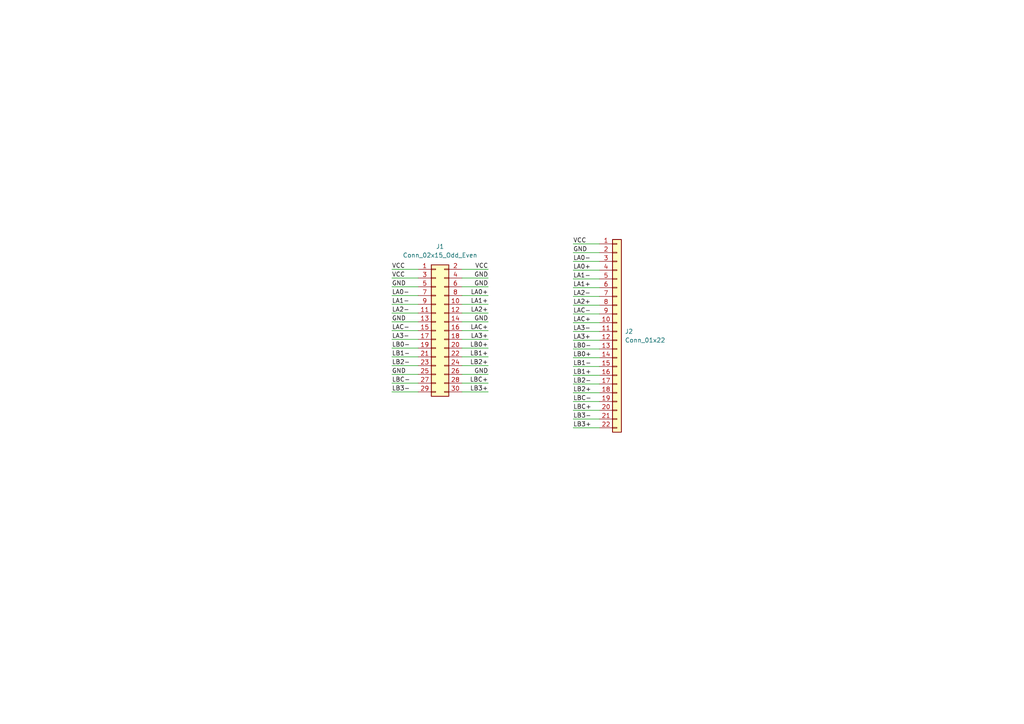
<source format=kicad_sch>
(kicad_sch (version 20230121) (generator eeschema)

  (uuid 682f5cde-d800-49ec-b236-ce17a26fc645)

  (paper "A4")

  (title_block
    (title "LVDS Connector")
    (rev "1")
    (company "Amos Home")
  )

  (lib_symbols
    (symbol "Connector_Generic:Conn_01x22" (pin_names (offset 1.016) hide) (in_bom yes) (on_board yes)
      (property "Reference" "J" (at 0 27.94 0)
        (effects (font (size 1.27 1.27)))
      )
      (property "Value" "Conn_01x22" (at 0 -30.48 0)
        (effects (font (size 1.27 1.27)))
      )
      (property "Footprint" "" (at 0 0 0)
        (effects (font (size 1.27 1.27)) hide)
      )
      (property "Datasheet" "~" (at 0 0 0)
        (effects (font (size 1.27 1.27)) hide)
      )
      (property "ki_keywords" "connector" (at 0 0 0)
        (effects (font (size 1.27 1.27)) hide)
      )
      (property "ki_description" "Generic connector, single row, 01x22, script generated (kicad-library-utils/schlib/autogen/connector/)" (at 0 0 0)
        (effects (font (size 1.27 1.27)) hide)
      )
      (property "ki_fp_filters" "Connector*:*_1x??_*" (at 0 0 0)
        (effects (font (size 1.27 1.27)) hide)
      )
      (symbol "Conn_01x22_1_1"
        (rectangle (start -1.27 -27.813) (end 0 -28.067)
          (stroke (width 0.1524) (type default))
          (fill (type none))
        )
        (rectangle (start -1.27 -25.273) (end 0 -25.527)
          (stroke (width 0.1524) (type default))
          (fill (type none))
        )
        (rectangle (start -1.27 -22.733) (end 0 -22.987)
          (stroke (width 0.1524) (type default))
          (fill (type none))
        )
        (rectangle (start -1.27 -20.193) (end 0 -20.447)
          (stroke (width 0.1524) (type default))
          (fill (type none))
        )
        (rectangle (start -1.27 -17.653) (end 0 -17.907)
          (stroke (width 0.1524) (type default))
          (fill (type none))
        )
        (rectangle (start -1.27 -15.113) (end 0 -15.367)
          (stroke (width 0.1524) (type default))
          (fill (type none))
        )
        (rectangle (start -1.27 -12.573) (end 0 -12.827)
          (stroke (width 0.1524) (type default))
          (fill (type none))
        )
        (rectangle (start -1.27 -10.033) (end 0 -10.287)
          (stroke (width 0.1524) (type default))
          (fill (type none))
        )
        (rectangle (start -1.27 -7.493) (end 0 -7.747)
          (stroke (width 0.1524) (type default))
          (fill (type none))
        )
        (rectangle (start -1.27 -4.953) (end 0 -5.207)
          (stroke (width 0.1524) (type default))
          (fill (type none))
        )
        (rectangle (start -1.27 -2.413) (end 0 -2.667)
          (stroke (width 0.1524) (type default))
          (fill (type none))
        )
        (rectangle (start -1.27 0.127) (end 0 -0.127)
          (stroke (width 0.1524) (type default))
          (fill (type none))
        )
        (rectangle (start -1.27 2.667) (end 0 2.413)
          (stroke (width 0.1524) (type default))
          (fill (type none))
        )
        (rectangle (start -1.27 5.207) (end 0 4.953)
          (stroke (width 0.1524) (type default))
          (fill (type none))
        )
        (rectangle (start -1.27 7.747) (end 0 7.493)
          (stroke (width 0.1524) (type default))
          (fill (type none))
        )
        (rectangle (start -1.27 10.287) (end 0 10.033)
          (stroke (width 0.1524) (type default))
          (fill (type none))
        )
        (rectangle (start -1.27 12.827) (end 0 12.573)
          (stroke (width 0.1524) (type default))
          (fill (type none))
        )
        (rectangle (start -1.27 15.367) (end 0 15.113)
          (stroke (width 0.1524) (type default))
          (fill (type none))
        )
        (rectangle (start -1.27 17.907) (end 0 17.653)
          (stroke (width 0.1524) (type default))
          (fill (type none))
        )
        (rectangle (start -1.27 20.447) (end 0 20.193)
          (stroke (width 0.1524) (type default))
          (fill (type none))
        )
        (rectangle (start -1.27 22.987) (end 0 22.733)
          (stroke (width 0.1524) (type default))
          (fill (type none))
        )
        (rectangle (start -1.27 25.527) (end 0 25.273)
          (stroke (width 0.1524) (type default))
          (fill (type none))
        )
        (rectangle (start -1.27 26.67) (end 1.27 -29.21)
          (stroke (width 0.254) (type default))
          (fill (type background))
        )
        (pin passive line (at -5.08 25.4 0) (length 3.81)
          (name "Pin_1" (effects (font (size 1.27 1.27))))
          (number "1" (effects (font (size 1.27 1.27))))
        )
        (pin passive line (at -5.08 2.54 0) (length 3.81)
          (name "Pin_10" (effects (font (size 1.27 1.27))))
          (number "10" (effects (font (size 1.27 1.27))))
        )
        (pin passive line (at -5.08 0 0) (length 3.81)
          (name "Pin_11" (effects (font (size 1.27 1.27))))
          (number "11" (effects (font (size 1.27 1.27))))
        )
        (pin passive line (at -5.08 -2.54 0) (length 3.81)
          (name "Pin_12" (effects (font (size 1.27 1.27))))
          (number "12" (effects (font (size 1.27 1.27))))
        )
        (pin passive line (at -5.08 -5.08 0) (length 3.81)
          (name "Pin_13" (effects (font (size 1.27 1.27))))
          (number "13" (effects (font (size 1.27 1.27))))
        )
        (pin passive line (at -5.08 -7.62 0) (length 3.81)
          (name "Pin_14" (effects (font (size 1.27 1.27))))
          (number "14" (effects (font (size 1.27 1.27))))
        )
        (pin passive line (at -5.08 -10.16 0) (length 3.81)
          (name "Pin_15" (effects (font (size 1.27 1.27))))
          (number "15" (effects (font (size 1.27 1.27))))
        )
        (pin passive line (at -5.08 -12.7 0) (length 3.81)
          (name "Pin_16" (effects (font (size 1.27 1.27))))
          (number "16" (effects (font (size 1.27 1.27))))
        )
        (pin passive line (at -5.08 -15.24 0) (length 3.81)
          (name "Pin_17" (effects (font (size 1.27 1.27))))
          (number "17" (effects (font (size 1.27 1.27))))
        )
        (pin passive line (at -5.08 -17.78 0) (length 3.81)
          (name "Pin_18" (effects (font (size 1.27 1.27))))
          (number "18" (effects (font (size 1.27 1.27))))
        )
        (pin passive line (at -5.08 -20.32 0) (length 3.81)
          (name "Pin_19" (effects (font (size 1.27 1.27))))
          (number "19" (effects (font (size 1.27 1.27))))
        )
        (pin passive line (at -5.08 22.86 0) (length 3.81)
          (name "Pin_2" (effects (font (size 1.27 1.27))))
          (number "2" (effects (font (size 1.27 1.27))))
        )
        (pin passive line (at -5.08 -22.86 0) (length 3.81)
          (name "Pin_20" (effects (font (size 1.27 1.27))))
          (number "20" (effects (font (size 1.27 1.27))))
        )
        (pin passive line (at -5.08 -25.4 0) (length 3.81)
          (name "Pin_21" (effects (font (size 1.27 1.27))))
          (number "21" (effects (font (size 1.27 1.27))))
        )
        (pin passive line (at -5.08 -27.94 0) (length 3.81)
          (name "Pin_22" (effects (font (size 1.27 1.27))))
          (number "22" (effects (font (size 1.27 1.27))))
        )
        (pin passive line (at -5.08 20.32 0) (length 3.81)
          (name "Pin_3" (effects (font (size 1.27 1.27))))
          (number "3" (effects (font (size 1.27 1.27))))
        )
        (pin passive line (at -5.08 17.78 0) (length 3.81)
          (name "Pin_4" (effects (font (size 1.27 1.27))))
          (number "4" (effects (font (size 1.27 1.27))))
        )
        (pin passive line (at -5.08 15.24 0) (length 3.81)
          (name "Pin_5" (effects (font (size 1.27 1.27))))
          (number "5" (effects (font (size 1.27 1.27))))
        )
        (pin passive line (at -5.08 12.7 0) (length 3.81)
          (name "Pin_6" (effects (font (size 1.27 1.27))))
          (number "6" (effects (font (size 1.27 1.27))))
        )
        (pin passive line (at -5.08 10.16 0) (length 3.81)
          (name "Pin_7" (effects (font (size 1.27 1.27))))
          (number "7" (effects (font (size 1.27 1.27))))
        )
        (pin passive line (at -5.08 7.62 0) (length 3.81)
          (name "Pin_8" (effects (font (size 1.27 1.27))))
          (number "8" (effects (font (size 1.27 1.27))))
        )
        (pin passive line (at -5.08 5.08 0) (length 3.81)
          (name "Pin_9" (effects (font (size 1.27 1.27))))
          (number "9" (effects (font (size 1.27 1.27))))
        )
      )
    )
    (symbol "Connector_Generic:Conn_02x15_Odd_Even" (pin_names (offset 1.016) hide) (in_bom yes) (on_board yes)
      (property "Reference" "J" (at 1.27 20.32 0)
        (effects (font (size 1.27 1.27)))
      )
      (property "Value" "Conn_02x15_Odd_Even" (at 1.27 -20.32 0)
        (effects (font (size 1.27 1.27)))
      )
      (property "Footprint" "" (at 0 0 0)
        (effects (font (size 1.27 1.27)) hide)
      )
      (property "Datasheet" "~" (at 0 0 0)
        (effects (font (size 1.27 1.27)) hide)
      )
      (property "ki_keywords" "connector" (at 0 0 0)
        (effects (font (size 1.27 1.27)) hide)
      )
      (property "ki_description" "Generic connector, double row, 02x15, odd/even pin numbering scheme (row 1 odd numbers, row 2 even numbers), script generated (kicad-library-utils/schlib/autogen/connector/)" (at 0 0 0)
        (effects (font (size 1.27 1.27)) hide)
      )
      (property "ki_fp_filters" "Connector*:*_2x??_*" (at 0 0 0)
        (effects (font (size 1.27 1.27)) hide)
      )
      (symbol "Conn_02x15_Odd_Even_1_1"
        (rectangle (start -1.27 -17.653) (end 0 -17.907)
          (stroke (width 0.1524) (type default))
          (fill (type none))
        )
        (rectangle (start -1.27 -15.113) (end 0 -15.367)
          (stroke (width 0.1524) (type default))
          (fill (type none))
        )
        (rectangle (start -1.27 -12.573) (end 0 -12.827)
          (stroke (width 0.1524) (type default))
          (fill (type none))
        )
        (rectangle (start -1.27 -10.033) (end 0 -10.287)
          (stroke (width 0.1524) (type default))
          (fill (type none))
        )
        (rectangle (start -1.27 -7.493) (end 0 -7.747)
          (stroke (width 0.1524) (type default))
          (fill (type none))
        )
        (rectangle (start -1.27 -4.953) (end 0 -5.207)
          (stroke (width 0.1524) (type default))
          (fill (type none))
        )
        (rectangle (start -1.27 -2.413) (end 0 -2.667)
          (stroke (width 0.1524) (type default))
          (fill (type none))
        )
        (rectangle (start -1.27 0.127) (end 0 -0.127)
          (stroke (width 0.1524) (type default))
          (fill (type none))
        )
        (rectangle (start -1.27 2.667) (end 0 2.413)
          (stroke (width 0.1524) (type default))
          (fill (type none))
        )
        (rectangle (start -1.27 5.207) (end 0 4.953)
          (stroke (width 0.1524) (type default))
          (fill (type none))
        )
        (rectangle (start -1.27 7.747) (end 0 7.493)
          (stroke (width 0.1524) (type default))
          (fill (type none))
        )
        (rectangle (start -1.27 10.287) (end 0 10.033)
          (stroke (width 0.1524) (type default))
          (fill (type none))
        )
        (rectangle (start -1.27 12.827) (end 0 12.573)
          (stroke (width 0.1524) (type default))
          (fill (type none))
        )
        (rectangle (start -1.27 15.367) (end 0 15.113)
          (stroke (width 0.1524) (type default))
          (fill (type none))
        )
        (rectangle (start -1.27 17.907) (end 0 17.653)
          (stroke (width 0.1524) (type default))
          (fill (type none))
        )
        (rectangle (start -1.27 19.05) (end 3.81 -19.05)
          (stroke (width 0.254) (type default))
          (fill (type background))
        )
        (rectangle (start 3.81 -17.653) (end 2.54 -17.907)
          (stroke (width 0.1524) (type default))
          (fill (type none))
        )
        (rectangle (start 3.81 -15.113) (end 2.54 -15.367)
          (stroke (width 0.1524) (type default))
          (fill (type none))
        )
        (rectangle (start 3.81 -12.573) (end 2.54 -12.827)
          (stroke (width 0.1524) (type default))
          (fill (type none))
        )
        (rectangle (start 3.81 -10.033) (end 2.54 -10.287)
          (stroke (width 0.1524) (type default))
          (fill (type none))
        )
        (rectangle (start 3.81 -7.493) (end 2.54 -7.747)
          (stroke (width 0.1524) (type default))
          (fill (type none))
        )
        (rectangle (start 3.81 -4.953) (end 2.54 -5.207)
          (stroke (width 0.1524) (type default))
          (fill (type none))
        )
        (rectangle (start 3.81 -2.413) (end 2.54 -2.667)
          (stroke (width 0.1524) (type default))
          (fill (type none))
        )
        (rectangle (start 3.81 0.127) (end 2.54 -0.127)
          (stroke (width 0.1524) (type default))
          (fill (type none))
        )
        (rectangle (start 3.81 2.667) (end 2.54 2.413)
          (stroke (width 0.1524) (type default))
          (fill (type none))
        )
        (rectangle (start 3.81 5.207) (end 2.54 4.953)
          (stroke (width 0.1524) (type default))
          (fill (type none))
        )
        (rectangle (start 3.81 7.747) (end 2.54 7.493)
          (stroke (width 0.1524) (type default))
          (fill (type none))
        )
        (rectangle (start 3.81 10.287) (end 2.54 10.033)
          (stroke (width 0.1524) (type default))
          (fill (type none))
        )
        (rectangle (start 3.81 12.827) (end 2.54 12.573)
          (stroke (width 0.1524) (type default))
          (fill (type none))
        )
        (rectangle (start 3.81 15.367) (end 2.54 15.113)
          (stroke (width 0.1524) (type default))
          (fill (type none))
        )
        (rectangle (start 3.81 17.907) (end 2.54 17.653)
          (stroke (width 0.1524) (type default))
          (fill (type none))
        )
        (pin passive line (at -5.08 17.78 0) (length 3.81)
          (name "Pin_1" (effects (font (size 1.27 1.27))))
          (number "1" (effects (font (size 1.27 1.27))))
        )
        (pin passive line (at 7.62 7.62 180) (length 3.81)
          (name "Pin_10" (effects (font (size 1.27 1.27))))
          (number "10" (effects (font (size 1.27 1.27))))
        )
        (pin passive line (at -5.08 5.08 0) (length 3.81)
          (name "Pin_11" (effects (font (size 1.27 1.27))))
          (number "11" (effects (font (size 1.27 1.27))))
        )
        (pin passive line (at 7.62 5.08 180) (length 3.81)
          (name "Pin_12" (effects (font (size 1.27 1.27))))
          (number "12" (effects (font (size 1.27 1.27))))
        )
        (pin passive line (at -5.08 2.54 0) (length 3.81)
          (name "Pin_13" (effects (font (size 1.27 1.27))))
          (number "13" (effects (font (size 1.27 1.27))))
        )
        (pin passive line (at 7.62 2.54 180) (length 3.81)
          (name "Pin_14" (effects (font (size 1.27 1.27))))
          (number "14" (effects (font (size 1.27 1.27))))
        )
        (pin passive line (at -5.08 0 0) (length 3.81)
          (name "Pin_15" (effects (font (size 1.27 1.27))))
          (number "15" (effects (font (size 1.27 1.27))))
        )
        (pin passive line (at 7.62 0 180) (length 3.81)
          (name "Pin_16" (effects (font (size 1.27 1.27))))
          (number "16" (effects (font (size 1.27 1.27))))
        )
        (pin passive line (at -5.08 -2.54 0) (length 3.81)
          (name "Pin_17" (effects (font (size 1.27 1.27))))
          (number "17" (effects (font (size 1.27 1.27))))
        )
        (pin passive line (at 7.62 -2.54 180) (length 3.81)
          (name "Pin_18" (effects (font (size 1.27 1.27))))
          (number "18" (effects (font (size 1.27 1.27))))
        )
        (pin passive line (at -5.08 -5.08 0) (length 3.81)
          (name "Pin_19" (effects (font (size 1.27 1.27))))
          (number "19" (effects (font (size 1.27 1.27))))
        )
        (pin passive line (at 7.62 17.78 180) (length 3.81)
          (name "Pin_2" (effects (font (size 1.27 1.27))))
          (number "2" (effects (font (size 1.27 1.27))))
        )
        (pin passive line (at 7.62 -5.08 180) (length 3.81)
          (name "Pin_20" (effects (font (size 1.27 1.27))))
          (number "20" (effects (font (size 1.27 1.27))))
        )
        (pin passive line (at -5.08 -7.62 0) (length 3.81)
          (name "Pin_21" (effects (font (size 1.27 1.27))))
          (number "21" (effects (font (size 1.27 1.27))))
        )
        (pin passive line (at 7.62 -7.62 180) (length 3.81)
          (name "Pin_22" (effects (font (size 1.27 1.27))))
          (number "22" (effects (font (size 1.27 1.27))))
        )
        (pin passive line (at -5.08 -10.16 0) (length 3.81)
          (name "Pin_23" (effects (font (size 1.27 1.27))))
          (number "23" (effects (font (size 1.27 1.27))))
        )
        (pin passive line (at 7.62 -10.16 180) (length 3.81)
          (name "Pin_24" (effects (font (size 1.27 1.27))))
          (number "24" (effects (font (size 1.27 1.27))))
        )
        (pin passive line (at -5.08 -12.7 0) (length 3.81)
          (name "Pin_25" (effects (font (size 1.27 1.27))))
          (number "25" (effects (font (size 1.27 1.27))))
        )
        (pin passive line (at 7.62 -12.7 180) (length 3.81)
          (name "Pin_26" (effects (font (size 1.27 1.27))))
          (number "26" (effects (font (size 1.27 1.27))))
        )
        (pin passive line (at -5.08 -15.24 0) (length 3.81)
          (name "Pin_27" (effects (font (size 1.27 1.27))))
          (number "27" (effects (font (size 1.27 1.27))))
        )
        (pin passive line (at 7.62 -15.24 180) (length 3.81)
          (name "Pin_28" (effects (font (size 1.27 1.27))))
          (number "28" (effects (font (size 1.27 1.27))))
        )
        (pin passive line (at -5.08 -17.78 0) (length 3.81)
          (name "Pin_29" (effects (font (size 1.27 1.27))))
          (number "29" (effects (font (size 1.27 1.27))))
        )
        (pin passive line (at -5.08 15.24 0) (length 3.81)
          (name "Pin_3" (effects (font (size 1.27 1.27))))
          (number "3" (effects (font (size 1.27 1.27))))
        )
        (pin passive line (at 7.62 -17.78 180) (length 3.81)
          (name "Pin_30" (effects (font (size 1.27 1.27))))
          (number "30" (effects (font (size 1.27 1.27))))
        )
        (pin passive line (at 7.62 15.24 180) (length 3.81)
          (name "Pin_4" (effects (font (size 1.27 1.27))))
          (number "4" (effects (font (size 1.27 1.27))))
        )
        (pin passive line (at -5.08 12.7 0) (length 3.81)
          (name "Pin_5" (effects (font (size 1.27 1.27))))
          (number "5" (effects (font (size 1.27 1.27))))
        )
        (pin passive line (at 7.62 12.7 180) (length 3.81)
          (name "Pin_6" (effects (font (size 1.27 1.27))))
          (number "6" (effects (font (size 1.27 1.27))))
        )
        (pin passive line (at -5.08 10.16 0) (length 3.81)
          (name "Pin_7" (effects (font (size 1.27 1.27))))
          (number "7" (effects (font (size 1.27 1.27))))
        )
        (pin passive line (at 7.62 10.16 180) (length 3.81)
          (name "Pin_8" (effects (font (size 1.27 1.27))))
          (number "8" (effects (font (size 1.27 1.27))))
        )
        (pin passive line (at -5.08 7.62 0) (length 3.81)
          (name "Pin_9" (effects (font (size 1.27 1.27))))
          (number "9" (effects (font (size 1.27 1.27))))
        )
      )
    )
  )


  (wire (pts (xy 166.243 103.759) (xy 173.863 103.759))
    (stroke (width 0) (type default))
    (uuid 04afc00d-cb0d-4eb0-b2c8-d42f1ce044f3)
  )
  (wire (pts (xy 113.665 111.125) (xy 121.285 111.125))
    (stroke (width 0) (type default))
    (uuid 09d8dfb2-8318-45d4-a7c1-7a978551577e)
  )
  (wire (pts (xy 166.243 93.599) (xy 173.863 93.599))
    (stroke (width 0) (type default))
    (uuid 0a9cd823-081d-473b-940f-06aefc5769ad)
  )
  (wire (pts (xy 113.665 108.585) (xy 121.285 108.585))
    (stroke (width 0) (type default))
    (uuid 11c16a06-3aba-4798-aa5e-8234f161264f)
  )
  (wire (pts (xy 166.243 75.819) (xy 173.863 75.819))
    (stroke (width 0) (type default))
    (uuid 12e5a7cc-031c-4a1f-8b06-7908800c06d6)
  )
  (wire (pts (xy 166.243 108.839) (xy 173.863 108.839))
    (stroke (width 0) (type default))
    (uuid 14d3e9cf-4640-4ba1-bdcf-3223e453d823)
  )
  (wire (pts (xy 113.665 100.965) (xy 121.285 100.965))
    (stroke (width 0) (type default))
    (uuid 17e62818-3f7e-4849-bc0c-9b05cbd9de65)
  )
  (wire (pts (xy 166.243 70.739) (xy 173.863 70.739))
    (stroke (width 0) (type default))
    (uuid 1aa8a5bf-fa75-4ecd-ac2b-6f1c856b1c22)
  )
  (wire (pts (xy 113.665 83.185) (xy 121.285 83.185))
    (stroke (width 0) (type default))
    (uuid 1ae03190-18d7-4b19-a7c5-56f65e580281)
  )
  (wire (pts (xy 113.665 95.885) (xy 121.285 95.885))
    (stroke (width 0) (type default))
    (uuid 1c946ede-27a4-4553-8df7-7ae384727857)
  )
  (wire (pts (xy 166.243 80.899) (xy 173.863 80.899))
    (stroke (width 0) (type default))
    (uuid 1e601fe9-0006-4686-98a0-9c8b73adb2e0)
  )
  (wire (pts (xy 166.243 78.359) (xy 173.863 78.359))
    (stroke (width 0) (type default))
    (uuid 38019370-4d32-4139-9602-c52422c70ca9)
  )
  (wire (pts (xy 141.605 83.185) (xy 133.985 83.185))
    (stroke (width 0) (type default))
    (uuid 38bba4a5-43d2-4a07-98ee-8fc2f7722ebb)
  )
  (wire (pts (xy 113.665 85.725) (xy 121.285 85.725))
    (stroke (width 0) (type default))
    (uuid 4054dc63-96ae-42fa-bee7-d874afb57882)
  )
  (wire (pts (xy 141.605 88.265) (xy 133.985 88.265))
    (stroke (width 0) (type default))
    (uuid 464fa592-c5ee-44ef-a9f1-6cb112415986)
  )
  (wire (pts (xy 166.243 121.539) (xy 173.863 121.539))
    (stroke (width 0) (type default))
    (uuid 48fce807-a52e-47f8-9bb8-964d93f1d241)
  )
  (wire (pts (xy 113.665 103.505) (xy 121.285 103.505))
    (stroke (width 0) (type default))
    (uuid 4ea64703-890d-4bb4-b7ba-67de877d68f3)
  )
  (wire (pts (xy 113.665 113.665) (xy 121.285 113.665))
    (stroke (width 0) (type default))
    (uuid 5022d3dd-0fef-4f1b-83c4-6762f4c9a4d4)
  )
  (wire (pts (xy 141.605 80.645) (xy 133.985 80.645))
    (stroke (width 0) (type default))
    (uuid 581e6a92-c819-4a05-9ffc-77913449c8ad)
  )
  (wire (pts (xy 166.243 116.459) (xy 173.863 116.459))
    (stroke (width 0) (type default))
    (uuid 592270ad-e76e-4557-81cb-346b868a8597)
  )
  (wire (pts (xy 141.605 111.125) (xy 133.985 111.125))
    (stroke (width 0) (type default))
    (uuid 5fbf20ac-5076-402e-afb7-d0a84aea1671)
  )
  (wire (pts (xy 166.243 124.079) (xy 173.863 124.079))
    (stroke (width 0) (type default))
    (uuid 6717031c-663d-4d64-8e71-6e43aea0b681)
  )
  (wire (pts (xy 141.605 106.045) (xy 133.985 106.045))
    (stroke (width 0) (type default))
    (uuid 6b5838ce-a0bd-4ad4-abdc-39ebe6742bf8)
  )
  (wire (pts (xy 113.665 90.805) (xy 121.285 90.805))
    (stroke (width 0) (type default))
    (uuid 6f6c44c2-f731-4a7c-9f8c-65610abb1108)
  )
  (wire (pts (xy 166.243 91.059) (xy 173.863 91.059))
    (stroke (width 0) (type default))
    (uuid 73e2f9fe-9af9-4939-81a4-3a7db6c5720e)
  )
  (wire (pts (xy 166.243 73.279) (xy 173.863 73.279))
    (stroke (width 0) (type default))
    (uuid 75d7a1e8-af47-42ce-aa11-fe015aaeaaac)
  )
  (wire (pts (xy 166.243 118.999) (xy 173.863 118.999))
    (stroke (width 0) (type default))
    (uuid 79443dd0-8517-4858-8b78-be008b513cee)
  )
  (wire (pts (xy 166.243 98.679) (xy 173.863 98.679))
    (stroke (width 0) (type default))
    (uuid 7a2abe0d-aa44-424d-9f76-fb87385d53be)
  )
  (wire (pts (xy 141.605 78.105) (xy 133.985 78.105))
    (stroke (width 0) (type default))
    (uuid 806764d4-d040-4a71-8394-5b290081c208)
  )
  (wire (pts (xy 141.605 95.885) (xy 133.985 95.885))
    (stroke (width 0) (type default))
    (uuid 80b1fac2-e309-4525-b318-a3899c407618)
  )
  (wire (pts (xy 141.605 108.585) (xy 133.985 108.585))
    (stroke (width 0) (type default))
    (uuid 8168c639-097b-4e95-b486-eed7ba8e6b4a)
  )
  (wire (pts (xy 166.243 106.299) (xy 173.863 106.299))
    (stroke (width 0) (type default))
    (uuid 83848635-4251-49f8-b440-542b4da699df)
  )
  (wire (pts (xy 113.665 106.045) (xy 121.285 106.045))
    (stroke (width 0) (type default))
    (uuid a26c687d-8a44-4dee-b862-a801ac6b615c)
  )
  (wire (pts (xy 141.605 100.965) (xy 133.985 100.965))
    (stroke (width 0) (type default))
    (uuid a7938c13-713b-4014-a090-26ec8b70df83)
  )
  (wire (pts (xy 113.665 80.645) (xy 121.285 80.645))
    (stroke (width 0) (type default))
    (uuid abc8645e-8467-4041-825b-62a849031922)
  )
  (wire (pts (xy 166.243 113.919) (xy 173.863 113.919))
    (stroke (width 0) (type default))
    (uuid b3523daf-8c61-4f13-9be4-950ff4534c8a)
  )
  (wire (pts (xy 166.243 96.139) (xy 173.863 96.139))
    (stroke (width 0) (type default))
    (uuid be7fcf56-6ae5-4021-9395-874bf5975869)
  )
  (wire (pts (xy 113.665 78.105) (xy 121.285 78.105))
    (stroke (width 0) (type default))
    (uuid bf246ca9-64e7-4e79-8151-033bc396bd93)
  )
  (wire (pts (xy 166.243 101.219) (xy 173.863 101.219))
    (stroke (width 0) (type default))
    (uuid c2ff588b-3ae7-4878-bafd-8260e083c4f6)
  )
  (wire (pts (xy 141.605 103.505) (xy 133.985 103.505))
    (stroke (width 0) (type default))
    (uuid cb744450-f82a-4fcd-b3fc-78e41c57bc25)
  )
  (wire (pts (xy 166.243 83.439) (xy 173.863 83.439))
    (stroke (width 0) (type default))
    (uuid cf417d7a-3b2f-4651-9ccf-931e3a51abf7)
  )
  (wire (pts (xy 141.605 90.805) (xy 133.985 90.805))
    (stroke (width 0) (type default))
    (uuid cff5fa0b-9da5-4120-a757-ff98a976d8f4)
  )
  (wire (pts (xy 141.605 113.665) (xy 133.985 113.665))
    (stroke (width 0) (type default))
    (uuid d9a3b22d-10e0-4f0a-9cbd-8078074ea701)
  )
  (wire (pts (xy 113.665 93.345) (xy 121.285 93.345))
    (stroke (width 0) (type default))
    (uuid dcc56cbf-cc07-45c8-93e0-b3e16fbe2527)
  )
  (wire (pts (xy 141.605 98.425) (xy 133.985 98.425))
    (stroke (width 0) (type default))
    (uuid e5f160f6-1064-4e63-a3be-9f7eba190cdc)
  )
  (wire (pts (xy 166.243 85.979) (xy 173.863 85.979))
    (stroke (width 0) (type default))
    (uuid e6347437-aebb-4641-aced-f2f05e780cc6)
  )
  (wire (pts (xy 141.605 85.725) (xy 133.985 85.725))
    (stroke (width 0) (type default))
    (uuid e8384c7f-1a2e-4d5f-8e38-3d39a45bcfd4)
  )
  (wire (pts (xy 113.665 88.265) (xy 121.285 88.265))
    (stroke (width 0) (type default))
    (uuid eabd059a-fd6d-4d48-9b44-4d0df1b61861)
  )
  (wire (pts (xy 166.243 88.519) (xy 173.863 88.519))
    (stroke (width 0) (type default))
    (uuid ee32b4e8-26ce-411e-834c-53d2e4023a30)
  )
  (wire (pts (xy 113.665 98.425) (xy 121.285 98.425))
    (stroke (width 0) (type default))
    (uuid f57dda72-623e-41d4-9f98-08040f43cc3e)
  )
  (wire (pts (xy 166.243 111.379) (xy 173.863 111.379))
    (stroke (width 0) (type default))
    (uuid f9076fc9-a4eb-4f66-9f0a-400b018b60c4)
  )
  (wire (pts (xy 141.605 93.345) (xy 133.985 93.345))
    (stroke (width 0) (type default))
    (uuid fbad14d0-2fe1-487b-94bd-7301362551c4)
  )

  (label "LA3+" (at 166.243 98.679 0) (fields_autoplaced)
    (effects (font (size 1.27 1.27)) (justify left bottom))
    (uuid 00fdbd17-3e1c-426a-a41a-a5903b22eb84)
  )
  (label "GND" (at 113.665 108.585 0) (fields_autoplaced)
    (effects (font (size 1.27 1.27)) (justify left bottom))
    (uuid 0202e235-586a-4fc0-9a7f-907399ff8039)
  )
  (label "VCC" (at 113.665 80.645 0) (fields_autoplaced)
    (effects (font (size 1.27 1.27)) (justify left bottom))
    (uuid 05e7dcc1-14a0-4079-8a8f-2b70e4b0de04)
  )
  (label "LB1-" (at 166.243 106.299 0) (fields_autoplaced)
    (effects (font (size 1.27 1.27)) (justify left bottom))
    (uuid 1083cf29-0d4c-4c4f-9cfb-9eb88845ddf1)
  )
  (label "LA0+" (at 166.243 78.359 0) (fields_autoplaced)
    (effects (font (size 1.27 1.27)) (justify left bottom))
    (uuid 10f0b915-bc41-4f78-9c93-b375b9156b7b)
  )
  (label "LAC+" (at 141.605 95.885 180) (fields_autoplaced)
    (effects (font (size 1.27 1.27)) (justify right bottom))
    (uuid 11f20433-f26b-4feb-8390-8a95c48b4249)
  )
  (label "LA2+" (at 166.243 88.519 0) (fields_autoplaced)
    (effects (font (size 1.27 1.27)) (justify left bottom))
    (uuid 1366410c-a45b-45fd-94c5-6a52cf20e50d)
  )
  (label "LA3+" (at 141.605 98.425 180) (fields_autoplaced)
    (effects (font (size 1.27 1.27)) (justify right bottom))
    (uuid 1b5f31b8-ef26-464d-9272-e5712ee274ee)
  )
  (label "LB1+" (at 166.243 108.839 0) (fields_autoplaced)
    (effects (font (size 1.27 1.27)) (justify left bottom))
    (uuid 2385541a-529a-4982-936e-dfb9a201838b)
  )
  (label "LA2-" (at 113.665 90.805 0) (fields_autoplaced)
    (effects (font (size 1.27 1.27)) (justify left bottom))
    (uuid 29445211-ce17-4a39-8955-319a72eb1aea)
  )
  (label "LA0-" (at 113.665 85.725 0) (fields_autoplaced)
    (effects (font (size 1.27 1.27)) (justify left bottom))
    (uuid 2f9aee2a-e650-4cc9-8b80-0fa2e9dc7208)
  )
  (label "LA2-" (at 166.243 85.979 0) (fields_autoplaced)
    (effects (font (size 1.27 1.27)) (justify left bottom))
    (uuid 33a8f924-b952-47d3-b184-4b70505166ae)
  )
  (label "LB1-" (at 113.665 103.505 0) (fields_autoplaced)
    (effects (font (size 1.27 1.27)) (justify left bottom))
    (uuid 3845a271-7be5-4024-ae33-6bf4740aa3a5)
  )
  (label "LA1-" (at 113.665 88.265 0) (fields_autoplaced)
    (effects (font (size 1.27 1.27)) (justify left bottom))
    (uuid 39733939-37e5-48fc-94eb-436f34fcb88a)
  )
  (label "LA3-" (at 113.665 98.425 0) (fields_autoplaced)
    (effects (font (size 1.27 1.27)) (justify left bottom))
    (uuid 3b3fdb02-651f-42b4-9698-80bb6fe1865f)
  )
  (label "LBC-" (at 166.243 116.459 0) (fields_autoplaced)
    (effects (font (size 1.27 1.27)) (justify left bottom))
    (uuid 3de4b686-e516-440a-8d0f-898bb566a1aa)
  )
  (label "GND" (at 113.665 93.345 0) (fields_autoplaced)
    (effects (font (size 1.27 1.27)) (justify left bottom))
    (uuid 3e368265-9f04-4ac8-9f3a-368f33e3e3c6)
  )
  (label "LB3-" (at 166.243 121.539 0) (fields_autoplaced)
    (effects (font (size 1.27 1.27)) (justify left bottom))
    (uuid 517679ba-427c-4604-b52f-902e92f656ca)
  )
  (label "LA3-" (at 166.243 96.139 0) (fields_autoplaced)
    (effects (font (size 1.27 1.27)) (justify left bottom))
    (uuid 54c0d4a3-2508-4f88-a510-a2cb4dcaf5e3)
  )
  (label "GND" (at 141.605 83.185 180) (fields_autoplaced)
    (effects (font (size 1.27 1.27)) (justify right bottom))
    (uuid 55eed447-7a72-4182-89bd-3528a8cc7b18)
  )
  (label "LBC+" (at 166.243 118.999 0) (fields_autoplaced)
    (effects (font (size 1.27 1.27)) (justify left bottom))
    (uuid 57541a9e-74f3-4ad0-825a-13c82e698519)
  )
  (label "LA1-" (at 166.243 80.899 0) (fields_autoplaced)
    (effects (font (size 1.27 1.27)) (justify left bottom))
    (uuid 64227e0d-5c19-43ed-83f7-8d472797c884)
  )
  (label "GND" (at 141.605 108.585 180) (fields_autoplaced)
    (effects (font (size 1.27 1.27)) (justify right bottom))
    (uuid 6d63e738-d013-4e45-b1d2-488109182e2f)
  )
  (label "LB3+" (at 166.243 124.079 0) (fields_autoplaced)
    (effects (font (size 1.27 1.27)) (justify left bottom))
    (uuid 74071486-3b5e-4a79-afb1-5c674a235dbd)
  )
  (label "LB3-" (at 113.665 113.665 0) (fields_autoplaced)
    (effects (font (size 1.27 1.27)) (justify left bottom))
    (uuid 7e43c652-6a48-402a-a7f5-9ecff3f093c8)
  )
  (label "LB2-" (at 113.665 106.045 0) (fields_autoplaced)
    (effects (font (size 1.27 1.27)) (justify left bottom))
    (uuid 7f02de22-a62a-4f6a-88f0-b77ed47aaf57)
  )
  (label "LBC+" (at 141.605 111.125 180) (fields_autoplaced)
    (effects (font (size 1.27 1.27)) (justify right bottom))
    (uuid 7f40bde3-d9a8-4f06-ba85-86a30ed8cb9a)
  )
  (label "LAC-" (at 113.665 95.885 0) (fields_autoplaced)
    (effects (font (size 1.27 1.27)) (justify left bottom))
    (uuid 82f905fd-4c1e-4e3c-8aeb-15c7e85ba94d)
  )
  (label "GND" (at 141.605 93.345 180) (fields_autoplaced)
    (effects (font (size 1.27 1.27)) (justify right bottom))
    (uuid 90e87d77-6cec-487e-8dd6-413f5960ef59)
  )
  (label "VCC" (at 166.243 70.739 0) (fields_autoplaced)
    (effects (font (size 1.27 1.27)) (justify left bottom))
    (uuid 915b9f96-935f-4167-a913-cf9721b8198b)
  )
  (label "LBC-" (at 113.665 111.125 0) (fields_autoplaced)
    (effects (font (size 1.27 1.27)) (justify left bottom))
    (uuid 926c2406-eca0-49da-8b11-8d73e73d0c10)
  )
  (label "LB0-" (at 166.243 101.219 0) (fields_autoplaced)
    (effects (font (size 1.27 1.27)) (justify left bottom))
    (uuid 970053c2-de21-42a4-8b04-c3fc7374e311)
  )
  (label "VCC" (at 113.665 78.105 0) (fields_autoplaced)
    (effects (font (size 1.27 1.27)) (justify left bottom))
    (uuid 978b7944-2432-422a-bc7d-d4696d217fcf)
  )
  (label "GND" (at 141.605 80.645 180) (fields_autoplaced)
    (effects (font (size 1.27 1.27)) (justify right bottom))
    (uuid a652524b-efa6-4f92-93bf-2fb682111c3a)
  )
  (label "LB2+" (at 166.243 113.919 0) (fields_autoplaced)
    (effects (font (size 1.27 1.27)) (justify left bottom))
    (uuid b13f90d7-bd80-4cdf-b1d6-f19a11c7a5a7)
  )
  (label "VCC" (at 141.605 78.105 180) (fields_autoplaced)
    (effects (font (size 1.27 1.27)) (justify right bottom))
    (uuid b406e33c-4c3d-4f3b-9788-0d87b3760d9d)
  )
  (label "LB2-" (at 166.243 111.379 0) (fields_autoplaced)
    (effects (font (size 1.27 1.27)) (justify left bottom))
    (uuid b97133fa-1445-4a71-af32-69ec1c0a10a3)
  )
  (label "LB0+" (at 166.243 103.759 0) (fields_autoplaced)
    (effects (font (size 1.27 1.27)) (justify left bottom))
    (uuid bee60b03-0f1d-4279-85d1-0abd80255e4b)
  )
  (label "LA2+" (at 141.605 90.805 180) (fields_autoplaced)
    (effects (font (size 1.27 1.27)) (justify right bottom))
    (uuid c2f64f29-9649-43ef-840c-f6f1ec247c96)
  )
  (label "GND" (at 113.665 83.185 0) (fields_autoplaced)
    (effects (font (size 1.27 1.27)) (justify left bottom))
    (uuid cdb929aa-0647-4aec-9f9b-40de9c0926b9)
  )
  (label "LB1+" (at 141.605 103.505 180) (fields_autoplaced)
    (effects (font (size 1.27 1.27)) (justify right bottom))
    (uuid d7e75e4f-4824-4fcd-a426-392dbece2e4b)
  )
  (label "LA0+" (at 141.605 85.725 180) (fields_autoplaced)
    (effects (font (size 1.27 1.27)) (justify right bottom))
    (uuid d93ebca4-8cbc-4dbb-b024-f4f22c414854)
  )
  (label "LA1+" (at 166.243 83.439 0) (fields_autoplaced)
    (effects (font (size 1.27 1.27)) (justify left bottom))
    (uuid d9931745-433b-4bb0-b6f5-a12a20b80824)
  )
  (label "LB0-" (at 113.665 100.965 0) (fields_autoplaced)
    (effects (font (size 1.27 1.27)) (justify left bottom))
    (uuid d9a8e02e-32a3-4bc0-8d32-1f03406f57f0)
  )
  (label "LA1+" (at 141.605 88.265 180) (fields_autoplaced)
    (effects (font (size 1.27 1.27)) (justify right bottom))
    (uuid df078be9-f439-482a-bbee-a0df97239d7e)
  )
  (label "GND" (at 166.243 73.279 0) (fields_autoplaced)
    (effects (font (size 1.27 1.27)) (justify left bottom))
    (uuid df377210-fd44-49c0-95b8-1f7941c9fa52)
  )
  (label "LB2+" (at 141.605 106.045 180) (fields_autoplaced)
    (effects (font (size 1.27 1.27)) (justify right bottom))
    (uuid e07c24d4-b58e-41b7-872a-92734361570e)
  )
  (label "LA0-" (at 166.243 75.819 0) (fields_autoplaced)
    (effects (font (size 1.27 1.27)) (justify left bottom))
    (uuid e16bf9b2-4638-4786-8365-e16de2bbde1b)
  )
  (label "LB3+" (at 141.605 113.665 180) (fields_autoplaced)
    (effects (font (size 1.27 1.27)) (justify right bottom))
    (uuid e58dd76b-5564-4ed2-957c-d77a4751da55)
  )
  (label "LB0+" (at 141.605 100.965 180) (fields_autoplaced)
    (effects (font (size 1.27 1.27)) (justify right bottom))
    (uuid e7b932c0-c9d6-414e-acb1-907643c8eb48)
  )
  (label "LAC-" (at 166.243 91.059 0) (fields_autoplaced)
    (effects (font (size 1.27 1.27)) (justify left bottom))
    (uuid ec31b0b2-40fe-4c65-a759-a7fc89d62df1)
  )
  (label "LAC+" (at 166.243 93.599 0) (fields_autoplaced)
    (effects (font (size 1.27 1.27)) (justify left bottom))
    (uuid ef8de8fa-e0d9-46bf-a90d-873bd4264e3a)
  )

  (symbol (lib_id "Connector_Generic:Conn_01x22") (at 178.943 96.139 0) (unit 1)
    (in_bom yes) (on_board yes) (dnp no) (fields_autoplaced)
    (uuid 46248223-d5ca-47b7-a0a8-77aa083bd48d)
    (property "Reference" "J2" (at 181.229 96.1389 0)
      (effects (font (size 1.27 1.27)) (justify left))
    )
    (property "Value" "Conn_01x22" (at 181.229 98.6789 0)
      (effects (font (size 1.27 1.27)) (justify left))
    )
    (property "Footprint" "Connector_PinHeader_1.27mm:PinHeader_1x22_P1.27mm_Vertical" (at 178.943 96.139 0)
      (effects (font (size 1.27 1.27)) hide)
    )
    (property "Datasheet" "~" (at 178.943 96.139 0)
      (effects (font (size 1.27 1.27)) hide)
    )
    (pin "1" (uuid b036bb3c-fb52-4144-91e7-11cc443d4b53))
    (pin "10" (uuid 718d28f9-9f68-41d1-9589-0c5fc5e2f997))
    (pin "11" (uuid 67ed1622-2374-4945-aa49-174ad6fa74e0))
    (pin "12" (uuid 8419f5f3-cea7-41b2-8c11-c48fb0bf8e15))
    (pin "13" (uuid 66683877-8321-4227-b993-ecc5e6e02918))
    (pin "14" (uuid cf0767ce-271e-4360-b060-8f664ee96b4a))
    (pin "15" (uuid e8c3747b-84e8-4546-9522-38baf625e021))
    (pin "16" (uuid 0cecf751-1ef7-4953-8f6b-8db80a6c874f))
    (pin "17" (uuid 0e05498c-294f-49b6-bc1f-0e5c1ac99f12))
    (pin "18" (uuid 02bd9fc9-d772-440d-91a4-efa37b552cb3))
    (pin "19" (uuid b663df87-1c2a-423d-874d-88649d3ad57d))
    (pin "2" (uuid ec6d5edc-e27f-43d0-afa5-4a9dc19ac8e1))
    (pin "20" (uuid 91ed19b2-4db8-466f-83eb-2adef84d9ab6))
    (pin "21" (uuid bbfa576a-1bd9-4458-86e0-f8b561576bfd))
    (pin "22" (uuid f578717e-4c4a-4bfd-8b72-cb893ce9163b))
    (pin "3" (uuid 37655e15-d249-476d-8a46-cbc412631f9f))
    (pin "4" (uuid 3119e12d-9a4d-4204-be11-96a8628ba580))
    (pin "5" (uuid 15c26eb1-c49b-48d5-803d-dccf1991893a))
    (pin "6" (uuid 6d0cf869-f8d5-42ab-bd4f-fd52df45ad6f))
    (pin "7" (uuid f92ec579-30ab-4cb5-b8f3-f46406354900))
    (pin "8" (uuid 3676106c-70ea-4d02-ae8a-760196206a55))
    (pin "9" (uuid cfc41a1a-f948-4b3b-b4fd-3aedee4eac69))
    (instances
      (project "lvds-connect"
        (path "/682f5cde-d800-49ec-b236-ce17a26fc645"
          (reference "J2") (unit 1)
        )
      )
    )
  )

  (symbol (lib_id "Connector_Generic:Conn_02x15_Odd_Even") (at 126.365 95.885 0) (unit 1)
    (in_bom yes) (on_board yes) (dnp no) (fields_autoplaced)
    (uuid 5e9bb84a-f617-492d-ac33-1bddfc0e4cf5)
    (property "Reference" "J1" (at 127.635 71.501 0)
      (effects (font (size 1.27 1.27)))
    )
    (property "Value" "Conn_02x15_Odd_Even" (at 127.635 74.041 0)
      (effects (font (size 1.27 1.27)))
    )
    (property "Footprint" "Connector_PinSocket_2.00mm:PinSocket_2x15_P2.00mm_Vertical" (at 126.365 95.885 0)
      (effects (font (size 1.27 1.27)) hide)
    )
    (property "Datasheet" "~" (at 126.365 95.885 0)
      (effects (font (size 1.27 1.27)) hide)
    )
    (pin "1" (uuid 5d52f789-2d16-4cd9-827a-7438104baf7a))
    (pin "10" (uuid a0e5e4bf-f5b8-45df-8881-02cc60bce69e))
    (pin "11" (uuid bb74d1c3-6649-446a-b2df-4b667026e6b5))
    (pin "12" (uuid 9c8b221e-b8bf-4924-ad6c-ba7dcef88abb))
    (pin "13" (uuid a912f01f-5f54-4cb5-8fd1-0c95b0059332))
    (pin "14" (uuid 6d288970-2e2c-44b8-b3c1-3ab908f9eee2))
    (pin "15" (uuid a329ad7e-5e38-42ef-a47e-a3ef18876966))
    (pin "16" (uuid dfa14f6f-7be2-46d9-8648-fa56e9bc4ef8))
    (pin "17" (uuid 5bfed4c5-3028-42db-bfbf-36076717fe92))
    (pin "18" (uuid 7fd9aae2-cc89-4487-94b2-86f9e8ff04e6))
    (pin "19" (uuid c3263bc7-22ed-4bbd-bb4a-c274dab6fe41))
    (pin "2" (uuid 8a7abb5a-161b-4164-9969-8facc071e6c5))
    (pin "20" (uuid a916e972-1046-44e2-b13a-64ded4dd45c2))
    (pin "21" (uuid c66a4ac9-97f3-472f-a476-3c6cdb191ef1))
    (pin "22" (uuid 8a911a52-5e22-4de5-9c25-fd807ac22639))
    (pin "23" (uuid 0704d0ee-c5a9-4674-ac3a-fdf0e0e56fb5))
    (pin "24" (uuid c1c2bb5d-7d85-44f7-9d55-6dded9426a4d))
    (pin "25" (uuid e335e05c-7fd3-4ff9-96ce-b9d5971abc65))
    (pin "26" (uuid 11b07652-2aa2-4aff-9e54-32d55e61bd1b))
    (pin "27" (uuid 1fb12677-f3a5-47ec-911a-2020e1c4d839))
    (pin "28" (uuid 23ac15fc-23f7-42be-a096-614f38eb9cc8))
    (pin "29" (uuid 5e772d6e-16be-48c5-abc4-ae9b540bf312))
    (pin "3" (uuid d5eb08d7-6b33-4338-9f2d-5b9ad816cceb))
    (pin "30" (uuid e355aa6a-3648-474e-abba-874c802d489d))
    (pin "4" (uuid 279a27bb-0cac-4585-b6f0-dd087ccdb376))
    (pin "5" (uuid c28c67d2-634d-4275-854e-38d59642e6e9))
    (pin "6" (uuid 4f420394-cd67-4d01-8987-3cf24d32f4ce))
    (pin "7" (uuid b772d960-7c0f-4c17-82e4-26b189e09007))
    (pin "8" (uuid 13d229fe-1572-4bba-b31a-8555dd7e3301))
    (pin "9" (uuid 7454f69d-bf83-4aa9-aa53-74c8c91c649e))
    (instances
      (project "lvds-connect"
        (path "/682f5cde-d800-49ec-b236-ce17a26fc645"
          (reference "J1") (unit 1)
        )
      )
    )
  )

  (sheet_instances
    (path "/" (page "1"))
  )
)

</source>
